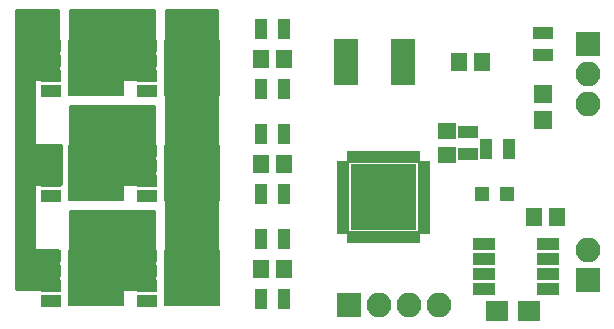
<source format=gts>
G04 #@! TF.FileFunction,Soldermask,Top*
%FSLAX46Y46*%
G04 Gerber Fmt 4.6, Leading zero omitted, Abs format (unit mm)*
G04 Created by KiCad (PCBNEW 4.0.6) date 07/31/17 21:00:10*
%MOMM*%
%LPD*%
G01*
G04 APERTURE LIST*
%ADD10C,0.100000*%
%ADD11R,1.400000X1.650000*%
%ADD12R,1.650000X1.400000*%
%ADD13R,1.200000X1.300000*%
%ADD14R,1.600000X1.600000*%
%ADD15R,2.100000X2.100000*%
%ADD16O,2.100000X2.100000*%
%ADD17R,1.800000X1.100000*%
%ADD18R,4.700000X4.810000*%
%ADD19R,1.100000X1.700000*%
%ADD20R,1.700000X1.100000*%
%ADD21R,1.100000X0.650000*%
%ADD22R,0.650000X1.100000*%
%ADD23R,1.687500X1.687500*%
%ADD24R,1.950000X1.000000*%
%ADD25R,2.000000X3.900000*%
%ADD26R,1.900000X1.700000*%
%ADD27C,0.254000*%
G04 APERTURE END LIST*
D10*
D11*
X164354000Y-106045000D03*
X166354000Y-106045000D03*
D12*
X156972000Y-100822000D03*
X156972000Y-98822000D03*
D11*
X143240000Y-110490000D03*
X141240000Y-110490000D03*
X143240000Y-101600000D03*
X141240000Y-101600000D03*
X143240000Y-92710000D03*
X141240000Y-92710000D03*
D13*
X159986000Y-104140000D03*
X162086000Y-104140000D03*
D14*
X165100000Y-97874000D03*
X165100000Y-95674000D03*
D15*
X148717000Y-113538000D03*
D16*
X151257000Y-113538000D03*
X153797000Y-113538000D03*
X156337000Y-113538000D03*
D15*
X168910000Y-91440000D03*
D16*
X168910000Y-93980000D03*
X168910000Y-96520000D03*
D15*
X168910000Y-111379000D03*
D16*
X168910000Y-108839000D03*
D17*
X131572000Y-109347000D03*
X131572000Y-110617000D03*
X131572000Y-111887000D03*
X131572000Y-113157000D03*
D18*
X135382000Y-111252000D03*
D17*
X123444000Y-109347000D03*
X123444000Y-110617000D03*
X123444000Y-111887000D03*
X123444000Y-113157000D03*
D18*
X127254000Y-111252000D03*
D17*
X131572000Y-100457000D03*
X131572000Y-101727000D03*
X131572000Y-102997000D03*
X131572000Y-104267000D03*
D18*
X135382000Y-102362000D03*
D17*
X123444000Y-100457000D03*
X123444000Y-101727000D03*
X123444000Y-102997000D03*
X123444000Y-104267000D03*
D18*
X127254000Y-102362000D03*
D17*
X131572000Y-91567000D03*
X131572000Y-92837000D03*
X131572000Y-94107000D03*
X131572000Y-95377000D03*
D18*
X135382000Y-93472000D03*
D17*
X123444000Y-91567000D03*
X123444000Y-92837000D03*
X123444000Y-94107000D03*
X123444000Y-95377000D03*
D18*
X127254000Y-93472000D03*
D19*
X162240000Y-100330000D03*
X160340000Y-100330000D03*
D20*
X158750000Y-100772000D03*
X158750000Y-98872000D03*
D19*
X141290000Y-107950000D03*
X143190000Y-107950000D03*
X141290000Y-113030000D03*
X143190000Y-113030000D03*
X141290000Y-99060000D03*
X143190000Y-99060000D03*
X141290000Y-104140000D03*
X143190000Y-104140000D03*
X141290000Y-90170000D03*
X143190000Y-90170000D03*
X141290000Y-95250000D03*
X143190000Y-95250000D03*
D20*
X165100000Y-92390000D03*
X165100000Y-90490000D03*
D21*
X155038000Y-107144000D03*
X155038000Y-106644000D03*
X155038000Y-106144000D03*
X155038000Y-105644000D03*
X155038000Y-105144000D03*
X155038000Y-104644000D03*
X155038000Y-104144000D03*
X155038000Y-103644000D03*
X155038000Y-103144000D03*
X155038000Y-102644000D03*
X155038000Y-102144000D03*
X155038000Y-101644000D03*
D22*
X154388000Y-100994000D03*
X153888000Y-100994000D03*
X153388000Y-100994000D03*
X152888000Y-100994000D03*
X152388000Y-100994000D03*
X151888000Y-100994000D03*
X151388000Y-100994000D03*
X150888000Y-100994000D03*
X150388000Y-100994000D03*
X149888000Y-100994000D03*
X149388000Y-100994000D03*
X148888000Y-100994000D03*
D21*
X148238000Y-101644000D03*
X148238000Y-102144000D03*
X148238000Y-102644000D03*
X148238000Y-103144000D03*
X148238000Y-103644000D03*
X148238000Y-104144000D03*
X148238000Y-104644000D03*
X148238000Y-105144000D03*
X148238000Y-105644000D03*
X148238000Y-106144000D03*
X148238000Y-106644000D03*
X148238000Y-107144000D03*
D22*
X148888000Y-107794000D03*
X149388000Y-107794000D03*
X149888000Y-107794000D03*
X150388000Y-107794000D03*
X150888000Y-107794000D03*
X151388000Y-107794000D03*
X151888000Y-107794000D03*
X152388000Y-107794000D03*
X152888000Y-107794000D03*
X153388000Y-107794000D03*
X153888000Y-107794000D03*
X154388000Y-107794000D03*
D23*
X149706750Y-102462750D03*
X149706750Y-103750250D03*
X149706750Y-105037750D03*
X149706750Y-106325250D03*
X150994250Y-102462750D03*
X150994250Y-103750250D03*
X150994250Y-105037750D03*
X150994250Y-106325250D03*
X152281750Y-102462750D03*
X152281750Y-103750250D03*
X152281750Y-105037750D03*
X152281750Y-106325250D03*
X153569250Y-102462750D03*
X153569250Y-103750250D03*
X153569250Y-105037750D03*
X153569250Y-106325250D03*
D24*
X160114000Y-108331000D03*
X160114000Y-109601000D03*
X160114000Y-110871000D03*
X160114000Y-112141000D03*
X165514000Y-112141000D03*
X165514000Y-110871000D03*
X165514000Y-109601000D03*
X165514000Y-108331000D03*
D11*
X158004000Y-92964000D03*
X160004000Y-92964000D03*
D25*
X148436000Y-92964000D03*
X153316000Y-92964000D03*
D26*
X161210000Y-114046000D03*
X163910000Y-114046000D03*
D27*
G36*
X124079000Y-94361000D02*
X122174000Y-94361000D01*
X122124590Y-94371006D01*
X122082965Y-94399447D01*
X122055685Y-94441841D01*
X122047000Y-94488000D01*
X122047000Y-99822000D01*
X122057006Y-99871410D01*
X122085447Y-99913035D01*
X122127841Y-99940315D01*
X122174000Y-99949000D01*
X124333000Y-99949000D01*
X124333000Y-103251000D01*
X122174000Y-103251000D01*
X122124590Y-103261006D01*
X122082965Y-103289447D01*
X122055685Y-103331841D01*
X122047000Y-103378000D01*
X122047000Y-108712000D01*
X122057006Y-108761410D01*
X122085447Y-108803035D01*
X122127841Y-108830315D01*
X122174000Y-108839000D01*
X124079000Y-108839000D01*
X124079000Y-112141000D01*
X120523000Y-112141000D01*
X120523000Y-88519000D01*
X124079000Y-88519000D01*
X124079000Y-94361000D01*
X124079000Y-94361000D01*
G37*
X124079000Y-94361000D02*
X122174000Y-94361000D01*
X122124590Y-94371006D01*
X122082965Y-94399447D01*
X122055685Y-94441841D01*
X122047000Y-94488000D01*
X122047000Y-99822000D01*
X122057006Y-99871410D01*
X122085447Y-99913035D01*
X122127841Y-99940315D01*
X122174000Y-99949000D01*
X124333000Y-99949000D01*
X124333000Y-103251000D01*
X122174000Y-103251000D01*
X122124590Y-103261006D01*
X122082965Y-103289447D01*
X122055685Y-103331841D01*
X122047000Y-103378000D01*
X122047000Y-108712000D01*
X122057006Y-108761410D01*
X122085447Y-108803035D01*
X122127841Y-108830315D01*
X122174000Y-108839000D01*
X124079000Y-108839000D01*
X124079000Y-112141000D01*
X120523000Y-112141000D01*
X120523000Y-88519000D01*
X124079000Y-88519000D01*
X124079000Y-94361000D01*
G36*
X132207000Y-112141000D02*
X129540000Y-112141000D01*
X129490590Y-112151006D01*
X129448965Y-112179447D01*
X129421685Y-112221841D01*
X129413000Y-112268000D01*
X129413000Y-113411000D01*
X125095000Y-113411000D01*
X125095000Y-105537000D01*
X132207000Y-105537000D01*
X132207000Y-112141000D01*
X132207000Y-112141000D01*
G37*
X132207000Y-112141000D02*
X129540000Y-112141000D01*
X129490590Y-112151006D01*
X129448965Y-112179447D01*
X129421685Y-112221841D01*
X129413000Y-112268000D01*
X129413000Y-113411000D01*
X125095000Y-113411000D01*
X125095000Y-105537000D01*
X132207000Y-105537000D01*
X132207000Y-112141000D01*
G36*
X132207000Y-103251000D02*
X129540000Y-103251000D01*
X129490590Y-103261006D01*
X129448965Y-103289447D01*
X129421685Y-103331841D01*
X129413000Y-103378000D01*
X129413000Y-104521000D01*
X125095000Y-104521000D01*
X125095000Y-96647000D01*
X132207000Y-96647000D01*
X132207000Y-103251000D01*
X132207000Y-103251000D01*
G37*
X132207000Y-103251000D02*
X129540000Y-103251000D01*
X129490590Y-103261006D01*
X129448965Y-103289447D01*
X129421685Y-103331841D01*
X129413000Y-103378000D01*
X129413000Y-104521000D01*
X125095000Y-104521000D01*
X125095000Y-96647000D01*
X132207000Y-96647000D01*
X132207000Y-103251000D01*
G36*
X132207000Y-94361000D02*
X129540000Y-94361000D01*
X129490590Y-94371006D01*
X129448965Y-94399447D01*
X129421685Y-94441841D01*
X129413000Y-94488000D01*
X129413000Y-95631000D01*
X125095000Y-95631000D01*
X125095000Y-88519000D01*
X132207000Y-88519000D01*
X132207000Y-94361000D01*
X132207000Y-94361000D01*
G37*
X132207000Y-94361000D02*
X129540000Y-94361000D01*
X129490590Y-94371006D01*
X129448965Y-94399447D01*
X129421685Y-94441841D01*
X129413000Y-94488000D01*
X129413000Y-95631000D01*
X125095000Y-95631000D01*
X125095000Y-88519000D01*
X132207000Y-88519000D01*
X132207000Y-94361000D01*
G36*
X137541000Y-113411000D02*
X133223000Y-113411000D01*
X133223000Y-88519000D01*
X137541000Y-88519000D01*
X137541000Y-113411000D01*
X137541000Y-113411000D01*
G37*
X137541000Y-113411000D02*
X133223000Y-113411000D01*
X133223000Y-88519000D01*
X137541000Y-88519000D01*
X137541000Y-113411000D01*
M02*

</source>
